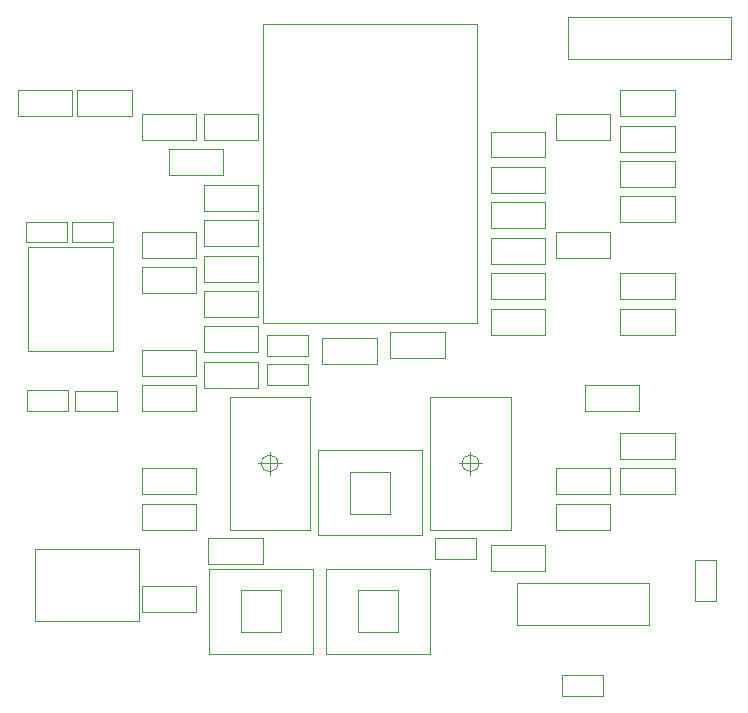
<source format=gbr>
G04 #@! TF.FileFunction,Other,User*
%FSLAX46Y46*%
G04 Gerber Fmt 4.6, Leading zero omitted, Abs format (unit mm)*
G04 Created by KiCad (PCBNEW 4.0.7) date 2018 March 10, Saturday 13:23:40*
%MOMM*%
%LPD*%
G01*
G04 APERTURE LIST*
%ADD10C,0.100000*%
%ADD11C,0.050000*%
G04 APERTURE END LIST*
D10*
D11*
X115200000Y-74400000D02*
X119800000Y-74400000D01*
X115200000Y-74400000D02*
X115200000Y-76600000D01*
X119800000Y-76600000D02*
X119800000Y-74400000D01*
X119800000Y-76600000D02*
X115200000Y-76600000D01*
X118200000Y-58400000D02*
X122800000Y-58400000D01*
X118200000Y-58400000D02*
X118200000Y-60600000D01*
X122800000Y-60600000D02*
X122800000Y-58400000D01*
X122800000Y-60600000D02*
X118200000Y-60600000D01*
X102100000Y-89900000D02*
X93300000Y-89900000D01*
X102100000Y-97100000D02*
X102100000Y-89900000D01*
X93300000Y-97100000D02*
X102100000Y-97100000D01*
X93300000Y-89900000D02*
X93300000Y-97100000D01*
X101400000Y-79900000D02*
X92600000Y-79900000D01*
X101400000Y-87100000D02*
X101400000Y-79900000D01*
X92600000Y-87100000D02*
X101400000Y-87100000D01*
X92600000Y-79900000D02*
X92600000Y-87100000D01*
X92150000Y-89900000D02*
X83350000Y-89900000D01*
X92150000Y-97100000D02*
X92150000Y-89900000D01*
X83350000Y-97100000D02*
X92150000Y-97100000D01*
X83350000Y-89900000D02*
X83350000Y-97100000D01*
X75200000Y-71500000D02*
X75200000Y-62700000D01*
X68000000Y-71500000D02*
X75200000Y-71500000D01*
X68000000Y-62700000D02*
X68000000Y-71500000D01*
X75200000Y-62700000D02*
X68000000Y-62700000D01*
X68600000Y-94350000D02*
X77400000Y-94350000D01*
X77400000Y-88250000D02*
X77400000Y-94350000D01*
X68600000Y-88250000D02*
X77400000Y-88250000D01*
X68600000Y-94350000D02*
X68600000Y-88250000D01*
X87950000Y-43800000D02*
X106050000Y-43800000D01*
X106050000Y-43800000D02*
X106050000Y-69100000D01*
X106050000Y-69100000D02*
X87950000Y-69100000D01*
X87950000Y-69100000D02*
X87950000Y-43800000D01*
X75550000Y-76580000D02*
X72050000Y-76580000D01*
X75550000Y-76580000D02*
X75550000Y-74830000D01*
X72050000Y-74830000D02*
X72050000Y-76580000D01*
X72050000Y-74830000D02*
X75550000Y-74830000D01*
X67850000Y-60520000D02*
X71350000Y-60520000D01*
X67850000Y-60520000D02*
X67850000Y-62270000D01*
X71350000Y-62270000D02*
X71350000Y-60520000D01*
X71350000Y-62270000D02*
X67850000Y-62270000D01*
X67950000Y-74820000D02*
X71450000Y-74820000D01*
X67950000Y-74820000D02*
X67950000Y-76570000D01*
X71450000Y-76570000D02*
X71450000Y-74820000D01*
X71450000Y-76570000D02*
X67950000Y-76570000D01*
X71750000Y-60520000D02*
X75250000Y-60520000D01*
X71750000Y-60520000D02*
X71750000Y-62270000D01*
X75250000Y-62270000D02*
X75250000Y-60520000D01*
X75250000Y-62270000D02*
X71750000Y-62270000D01*
X88250000Y-72620000D02*
X91750000Y-72620000D01*
X88250000Y-72620000D02*
X88250000Y-74370000D01*
X91750000Y-74370000D02*
X91750000Y-72620000D01*
X91750000Y-74370000D02*
X88250000Y-74370000D01*
X88250000Y-70120000D02*
X91750000Y-70120000D01*
X88250000Y-70120000D02*
X88250000Y-71870000D01*
X91750000Y-71870000D02*
X91750000Y-70120000D01*
X91750000Y-71870000D02*
X88250000Y-71870000D01*
X106000000Y-89080000D02*
X102500000Y-89080000D01*
X106000000Y-89080000D02*
X106000000Y-87330000D01*
X102500000Y-87330000D02*
X102500000Y-89080000D01*
X102500000Y-87330000D02*
X106000000Y-87330000D01*
X113250000Y-98920000D02*
X116750000Y-98920000D01*
X113250000Y-98920000D02*
X113250000Y-100670000D01*
X116750000Y-100670000D02*
X116750000Y-98920000D01*
X116750000Y-100670000D02*
X113250000Y-100670000D01*
X124520000Y-92650000D02*
X124520000Y-89150000D01*
X124520000Y-92650000D02*
X126270000Y-92650000D01*
X126270000Y-89150000D02*
X124520000Y-89150000D01*
X126270000Y-89150000D02*
X126270000Y-92650000D01*
X96000000Y-91750000D02*
X99400000Y-91750000D01*
X99400000Y-91750000D02*
X99400000Y-95250000D01*
X99400000Y-95250000D02*
X96000000Y-95250000D01*
X96000000Y-95250000D02*
X96000000Y-91750000D01*
X95300000Y-81750000D02*
X98700000Y-81750000D01*
X98700000Y-81750000D02*
X98700000Y-85250000D01*
X98700000Y-85250000D02*
X95300000Y-85250000D01*
X95300000Y-85250000D02*
X95300000Y-81750000D01*
X86050000Y-91750000D02*
X89450000Y-91750000D01*
X89450000Y-91750000D02*
X89450000Y-95250000D01*
X89450000Y-95250000D02*
X86050000Y-95250000D01*
X86050000Y-95250000D02*
X86050000Y-91750000D01*
X79950000Y-54400000D02*
X84550000Y-54400000D01*
X79950000Y-54400000D02*
X79950000Y-56600000D01*
X84550000Y-56600000D02*
X84550000Y-54400000D01*
X84550000Y-56600000D02*
X79950000Y-56600000D01*
X82950000Y-51400000D02*
X87550000Y-51400000D01*
X82950000Y-51400000D02*
X82950000Y-53600000D01*
X87550000Y-53600000D02*
X87550000Y-51400000D01*
X87550000Y-53600000D02*
X82950000Y-53600000D01*
X111800000Y-64100000D02*
X107200000Y-64100000D01*
X111800000Y-64100000D02*
X111800000Y-61900000D01*
X107200000Y-61900000D02*
X107200000Y-64100000D01*
X107200000Y-61900000D02*
X111800000Y-61900000D01*
X107200000Y-64900000D02*
X111800000Y-64900000D01*
X107200000Y-64900000D02*
X107200000Y-67100000D01*
X111800000Y-67100000D02*
X111800000Y-64900000D01*
X111800000Y-67100000D02*
X107200000Y-67100000D01*
X87550000Y-65600000D02*
X82950000Y-65600000D01*
X87550000Y-65600000D02*
X87550000Y-63400000D01*
X82950000Y-63400000D02*
X82950000Y-65600000D01*
X82950000Y-63400000D02*
X87550000Y-63400000D01*
X111800000Y-61100000D02*
X107200000Y-61100000D01*
X111800000Y-61100000D02*
X111800000Y-58900000D01*
X107200000Y-58900000D02*
X107200000Y-61100000D01*
X107200000Y-58900000D02*
X111800000Y-58900000D01*
X87550000Y-59600000D02*
X82950000Y-59600000D01*
X87550000Y-59600000D02*
X87550000Y-57400000D01*
X82950000Y-57400000D02*
X82950000Y-59600000D01*
X82950000Y-57400000D02*
X87550000Y-57400000D01*
X76800000Y-51600000D02*
X72200000Y-51600000D01*
X76800000Y-51600000D02*
X76800000Y-49400000D01*
X72200000Y-49400000D02*
X72200000Y-51600000D01*
X72200000Y-49400000D02*
X76800000Y-49400000D01*
X77700000Y-64400000D02*
X82300000Y-64400000D01*
X77700000Y-64400000D02*
X77700000Y-66600000D01*
X82300000Y-66600000D02*
X82300000Y-64400000D01*
X82300000Y-66600000D02*
X77700000Y-66600000D01*
X82300000Y-53600000D02*
X77700000Y-53600000D01*
X82300000Y-53600000D02*
X82300000Y-51400000D01*
X77700000Y-51400000D02*
X77700000Y-53600000D01*
X77700000Y-51400000D02*
X82300000Y-51400000D01*
X82300000Y-63600000D02*
X77700000Y-63600000D01*
X82300000Y-63600000D02*
X82300000Y-61400000D01*
X77700000Y-61400000D02*
X77700000Y-63600000D01*
X77700000Y-61400000D02*
X82300000Y-61400000D01*
X71800000Y-51600000D02*
X67200000Y-51600000D01*
X71800000Y-51600000D02*
X71800000Y-49400000D01*
X67200000Y-49400000D02*
X67200000Y-51600000D01*
X67200000Y-49400000D02*
X71800000Y-49400000D01*
X82950000Y-60400000D02*
X87550000Y-60400000D01*
X82950000Y-60400000D02*
X82950000Y-62600000D01*
X87550000Y-62600000D02*
X87550000Y-60400000D01*
X87550000Y-62600000D02*
X82950000Y-62600000D01*
X77700000Y-71400000D02*
X82300000Y-71400000D01*
X77700000Y-71400000D02*
X77700000Y-73600000D01*
X82300000Y-73600000D02*
X82300000Y-71400000D01*
X82300000Y-73600000D02*
X77700000Y-73600000D01*
X77700000Y-81400000D02*
X82300000Y-81400000D01*
X77700000Y-81400000D02*
X77700000Y-83600000D01*
X82300000Y-83600000D02*
X82300000Y-81400000D01*
X82300000Y-83600000D02*
X77700000Y-83600000D01*
X82950000Y-69400000D02*
X87550000Y-69400000D01*
X82950000Y-69400000D02*
X82950000Y-71600000D01*
X87550000Y-71600000D02*
X87550000Y-69400000D01*
X87550000Y-71600000D02*
X82950000Y-71600000D01*
X82950000Y-72400000D02*
X87550000Y-72400000D01*
X82950000Y-72400000D02*
X82950000Y-74600000D01*
X87550000Y-74600000D02*
X87550000Y-72400000D01*
X87550000Y-74600000D02*
X82950000Y-74600000D01*
X82950000Y-66400000D02*
X87550000Y-66400000D01*
X82950000Y-66400000D02*
X82950000Y-68600000D01*
X87550000Y-68600000D02*
X87550000Y-66400000D01*
X87550000Y-68600000D02*
X82950000Y-68600000D01*
X77700000Y-74400000D02*
X82300000Y-74400000D01*
X77700000Y-74400000D02*
X77700000Y-76600000D01*
X82300000Y-76600000D02*
X82300000Y-74400000D01*
X82300000Y-76600000D02*
X77700000Y-76600000D01*
X77700000Y-84400000D02*
X82300000Y-84400000D01*
X77700000Y-84400000D02*
X77700000Y-86600000D01*
X82300000Y-86600000D02*
X82300000Y-84400000D01*
X82300000Y-86600000D02*
X77700000Y-86600000D01*
X112700000Y-51400000D02*
X117300000Y-51400000D01*
X112700000Y-51400000D02*
X112700000Y-53600000D01*
X117300000Y-53600000D02*
X117300000Y-51400000D01*
X117300000Y-53600000D02*
X112700000Y-53600000D01*
X77700000Y-91400000D02*
X82300000Y-91400000D01*
X77700000Y-91400000D02*
X77700000Y-93600000D01*
X82300000Y-93600000D02*
X82300000Y-91400000D01*
X82300000Y-93600000D02*
X77700000Y-93600000D01*
X118200000Y-52400000D02*
X122800000Y-52400000D01*
X118200000Y-52400000D02*
X118200000Y-54600000D01*
X122800000Y-54600000D02*
X122800000Y-52400000D01*
X122800000Y-54600000D02*
X118200000Y-54600000D01*
X83300000Y-87300000D02*
X87900000Y-87300000D01*
X83300000Y-87300000D02*
X83300000Y-89500000D01*
X87900000Y-89500000D02*
X87900000Y-87300000D01*
X87900000Y-89500000D02*
X83300000Y-89500000D01*
X118200000Y-49400000D02*
X122800000Y-49400000D01*
X118200000Y-49400000D02*
X118200000Y-51600000D01*
X122800000Y-51600000D02*
X122800000Y-49400000D01*
X122800000Y-51600000D02*
X118200000Y-51600000D01*
X112700000Y-61400000D02*
X117300000Y-61400000D01*
X112700000Y-61400000D02*
X112700000Y-63600000D01*
X117300000Y-63600000D02*
X117300000Y-61400000D01*
X117300000Y-63600000D02*
X112700000Y-63600000D01*
X111800000Y-70100000D02*
X107200000Y-70100000D01*
X111800000Y-70100000D02*
X111800000Y-67900000D01*
X107200000Y-67900000D02*
X107200000Y-70100000D01*
X107200000Y-67900000D02*
X111800000Y-67900000D01*
X118200000Y-67900000D02*
X122800000Y-67900000D01*
X118200000Y-67900000D02*
X118200000Y-70100000D01*
X122800000Y-70100000D02*
X122800000Y-67900000D01*
X122800000Y-70100000D02*
X118200000Y-70100000D01*
X118200000Y-55400000D02*
X122800000Y-55400000D01*
X118200000Y-55400000D02*
X118200000Y-57600000D01*
X122800000Y-57600000D02*
X122800000Y-55400000D01*
X122800000Y-57600000D02*
X118200000Y-57600000D01*
X118200000Y-64900000D02*
X122800000Y-64900000D01*
X118200000Y-64900000D02*
X118200000Y-67100000D01*
X122800000Y-67100000D02*
X122800000Y-64900000D01*
X122800000Y-67100000D02*
X118200000Y-67100000D01*
X111800000Y-90100000D02*
X107200000Y-90100000D01*
X111800000Y-90100000D02*
X111800000Y-87900000D01*
X107200000Y-87900000D02*
X107200000Y-90100000D01*
X107200000Y-87900000D02*
X111800000Y-87900000D01*
X112700000Y-81400000D02*
X117300000Y-81400000D01*
X112700000Y-81400000D02*
X112700000Y-83600000D01*
X117300000Y-83600000D02*
X117300000Y-81400000D01*
X117300000Y-83600000D02*
X112700000Y-83600000D01*
X122800000Y-83600000D02*
X118200000Y-83600000D01*
X122800000Y-83600000D02*
X122800000Y-81400000D01*
X118200000Y-81400000D02*
X118200000Y-83600000D01*
X118200000Y-81400000D02*
X122800000Y-81400000D01*
X118200000Y-78400000D02*
X122800000Y-78400000D01*
X118200000Y-78400000D02*
X118200000Y-80600000D01*
X122800000Y-80600000D02*
X122800000Y-78400000D01*
X122800000Y-80600000D02*
X118200000Y-80600000D01*
X117300000Y-86600000D02*
X112700000Y-86600000D01*
X117300000Y-86600000D02*
X117300000Y-84400000D01*
X112700000Y-84400000D02*
X112700000Y-86600000D01*
X112700000Y-84400000D02*
X117300000Y-84400000D01*
X111800000Y-55100000D02*
X107200000Y-55100000D01*
X111800000Y-55100000D02*
X111800000Y-52900000D01*
X107200000Y-52900000D02*
X107200000Y-55100000D01*
X107200000Y-52900000D02*
X111800000Y-52900000D01*
X92950000Y-70400000D02*
X97550000Y-70400000D01*
X92950000Y-70400000D02*
X92950000Y-72600000D01*
X97550000Y-72600000D02*
X97550000Y-70400000D01*
X97550000Y-72600000D02*
X92950000Y-72600000D01*
X111800000Y-58100000D02*
X107200000Y-58100000D01*
X111800000Y-58100000D02*
X111800000Y-55900000D01*
X107200000Y-55900000D02*
X107200000Y-58100000D01*
X107200000Y-55900000D02*
X111800000Y-55900000D01*
X103300000Y-72100000D02*
X98700000Y-72100000D01*
X103300000Y-72100000D02*
X103300000Y-69900000D01*
X98700000Y-69900000D02*
X98700000Y-72100000D01*
X98700000Y-69900000D02*
X103300000Y-69900000D01*
X106500000Y-81000000D02*
X104500000Y-81000000D01*
X105500000Y-80000000D02*
X105500000Y-82000000D01*
X106200000Y-81000000D02*
G75*
G03X106200000Y-81000000I-700000J0D01*
G01*
X108900000Y-75400000D02*
X108900000Y-86600000D01*
X108900000Y-86600000D02*
X102100000Y-86600000D01*
X102100000Y-86600000D02*
X102100000Y-75400000D01*
X102100000Y-75400000D02*
X108900000Y-75400000D01*
X89500000Y-81000000D02*
X87500000Y-81000000D01*
X88500000Y-80000000D02*
X88500000Y-82000000D01*
X89200000Y-81000000D02*
G75*
G03X89200000Y-81000000I-700000J0D01*
G01*
X91900000Y-75400000D02*
X91900000Y-86600000D01*
X91900000Y-86600000D02*
X85100000Y-86600000D01*
X85100000Y-86600000D02*
X85100000Y-75400000D01*
X85100000Y-75400000D02*
X91900000Y-75400000D01*
X120610000Y-91100000D02*
X109410000Y-91100000D01*
X109410000Y-91100000D02*
X109410000Y-94700000D01*
X109410000Y-94700000D02*
X120610000Y-94700000D01*
X120610000Y-94700000D02*
X120610000Y-91100000D01*
X113770000Y-46800000D02*
X127520000Y-46800000D01*
X127520000Y-46800000D02*
X127520000Y-43200000D01*
X127520000Y-43200000D02*
X113770000Y-43200000D01*
X113770000Y-43200000D02*
X113770000Y-46800000D01*
M02*

</source>
